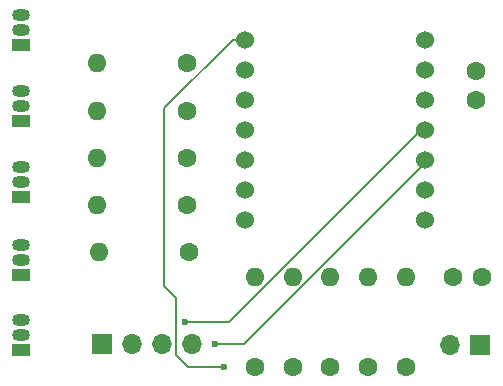
<source format=gbr>
%TF.GenerationSoftware,KiCad,Pcbnew,8.0.6*%
%TF.CreationDate,2024-12-06T19:29:04-08:00*%
%TF.ProjectId,ohmnote,6f686d6e-6f74-4652-9e6b-696361645f70,rev?*%
%TF.SameCoordinates,Original*%
%TF.FileFunction,Copper,L2,Bot*%
%TF.FilePolarity,Positive*%
%FSLAX46Y46*%
G04 Gerber Fmt 4.6, Leading zero omitted, Abs format (unit mm)*
G04 Created by KiCad (PCBNEW 8.0.6) date 2024-12-06 19:29:04*
%MOMM*%
%LPD*%
G01*
G04 APERTURE LIST*
%TA.AperFunction,ComponentPad*%
%ADD10R,1.700000X1.700000*%
%TD*%
%TA.AperFunction,ComponentPad*%
%ADD11O,1.700000X1.700000*%
%TD*%
%TA.AperFunction,ComponentPad*%
%ADD12C,1.600000*%
%TD*%
%TA.AperFunction,ComponentPad*%
%ADD13O,1.600000X1.600000*%
%TD*%
%TA.AperFunction,ComponentPad*%
%ADD14C,1.524000*%
%TD*%
%TA.AperFunction,ComponentPad*%
%ADD15R,1.500000X1.050000*%
%TD*%
%TA.AperFunction,ComponentPad*%
%ADD16O,1.500000X1.050000*%
%TD*%
%TA.AperFunction,ViaPad*%
%ADD17C,0.600000*%
%TD*%
%TA.AperFunction,Conductor*%
%ADD18C,0.200000*%
%TD*%
G04 APERTURE END LIST*
D10*
%TO.P,J1,1,Pin_1*%
%TO.N,Net-(J1-Pin_1)*%
X169500000Y-105325000D03*
D11*
%TO.P,J1,2,Pin_2*%
%TO.N,Net-(J1-Pin_2)*%
X166960000Y-105325000D03*
%TD*%
D12*
%TO.P,R5,1*%
%TO.N,Net-(U1-GPIO23{slash}D5{slash}SCL)*%
X144800000Y-97500000D03*
D13*
%TO.P,R5,2*%
%TO.N,Net-(Q5-B)*%
X137180000Y-97500000D03*
%TD*%
D12*
%TO.P,R3,1*%
%TO.N,Net-(U1-GPIO21{slash}D3)*%
X144700000Y-89500000D03*
D13*
%TO.P,R3,2*%
%TO.N,Net-(Q3-B)*%
X137080000Y-89500000D03*
%TD*%
D12*
%TO.P,R2,1*%
%TO.N,Net-(U1-GPIO2{slash}A2{slash}D2)*%
X144700000Y-85500000D03*
D13*
%TO.P,R2,2*%
%TO.N,Net-(Q2-B)*%
X137080000Y-85500000D03*
%TD*%
D12*
%TO.P,R6,1*%
%TO.N,Net-(J1-Pin_2)*%
X150400000Y-107230000D03*
D13*
%TO.P,R6,2*%
%TO.N,Net-(Q1-C)*%
X150400000Y-99610000D03*
%TD*%
D14*
%TO.P,U1,1,GPIO0/A0/D0*%
%TO.N,Net-(J1-Pin_2)*%
X149560000Y-79500000D03*
%TO.P,U1,2,GPIO1/A1/D1*%
%TO.N,Net-(U1-GPIO1{slash}A1{slash}D1)*%
X149560000Y-82040000D03*
%TO.P,U1,3,GPIO2/A2/D2*%
%TO.N,Net-(U1-GPIO2{slash}A2{slash}D2)*%
X149560000Y-84580000D03*
%TO.P,U1,4,GPIO21/D3*%
%TO.N,Net-(U1-GPIO21{slash}D3)*%
X149560000Y-87120000D03*
%TO.P,U1,5,GPIO22/D4/SDA*%
%TO.N,Net-(U1-GPIO22{slash}D4{slash}SDA)*%
X149560000Y-89660000D03*
%TO.P,U1,6,GPIO23/D5/SCL*%
%TO.N,Net-(U1-GPIO23{slash}D5{slash}SCL)*%
X149560000Y-92200000D03*
%TO.P,U1,7,GPIO16/D6/TX*%
%TO.N,unconnected-(U1-GPIO16{slash}D6{slash}TX-Pad7)*%
X149560000Y-94740000D03*
%TO.P,U1,8,GPIO17/D7/RX*%
%TO.N,unconnected-(U1-GPIO17{slash}D7{slash}RX-Pad8)*%
X164800000Y-94740000D03*
%TO.P,U1,9,GPIO19/D8/SCK*%
%TO.N,unconnected-(U1-GPIO19{slash}D8{slash}SCK-Pad9)*%
X164800000Y-92200000D03*
%TO.P,U1,10,GPIO20/D9/MISO*%
%TO.N,Net-(J2-SCL)*%
X164800000Y-89660000D03*
%TO.P,U1,11,GPIO18/D10/MOSI*%
%TO.N,Net-(J2-SDA)*%
X164800000Y-87120000D03*
%TO.P,U1,12,3V3*%
%TO.N,Net-(J2-Vin)*%
X164800000Y-84580000D03*
%TO.P,U1,13,GND*%
%TO.N,Net-(J1-Pin_1)*%
X164800000Y-82040000D03*
%TO.P,U1,14,VBUS*%
%TO.N,unconnected-(U1-VBUS-Pad14)*%
X164800000Y-79500000D03*
%TD*%
D12*
%TO.P,R10,1*%
%TO.N,Net-(J1-Pin_2)*%
X163200000Y-107220000D03*
D13*
%TO.P,R10,2*%
%TO.N,Net-(Q5-C)*%
X163200000Y-99600000D03*
%TD*%
D12*
%TO.P,C1,1*%
%TO.N,Net-(J1-Pin_2)*%
X169650000Y-99600000D03*
%TO.P,C1,2*%
%TO.N,Net-(J1-Pin_1)*%
X167150000Y-99600000D03*
%TD*%
D15*
%TO.P,Q5,1,E*%
%TO.N,Net-(J2-Vin)*%
X130600000Y-105800000D03*
D16*
%TO.P,Q5,2,B*%
%TO.N,Net-(Q5-B)*%
X130600000Y-104530000D03*
%TO.P,Q5,3,C*%
%TO.N,Net-(Q5-C)*%
X130600000Y-103260000D03*
%TD*%
D12*
%TO.P,R8,1*%
%TO.N,Net-(J1-Pin_2)*%
X156800000Y-107210000D03*
D13*
%TO.P,R8,2*%
%TO.N,Net-(Q3-C)*%
X156800000Y-99590000D03*
%TD*%
D12*
%TO.P,R4,1*%
%TO.N,Net-(U1-GPIO22{slash}D4{slash}SDA)*%
X144700000Y-93500000D03*
D13*
%TO.P,R4,2*%
%TO.N,Net-(Q4-B)*%
X137080000Y-93500000D03*
%TD*%
D12*
%TO.P,C2,1*%
%TO.N,Net-(J1-Pin_1)*%
X169100000Y-82100000D03*
%TO.P,C2,2*%
%TO.N,Net-(J2-Vin)*%
X169100000Y-84600000D03*
%TD*%
D15*
%TO.P,Q2,1,E*%
%TO.N,Net-(J2-Vin)*%
X130600000Y-86400000D03*
D16*
%TO.P,Q2,2,B*%
%TO.N,Net-(Q2-B)*%
X130600000Y-85130000D03*
%TO.P,Q2,3,C*%
%TO.N,Net-(Q2-C)*%
X130600000Y-83860000D03*
%TD*%
D10*
%TO.P,J2,1,GND*%
%TO.N,Net-(J1-Pin_1)*%
X137500000Y-105275000D03*
D11*
%TO.P,J2,2,Vin*%
%TO.N,Net-(J2-Vin)*%
X140040000Y-105275000D03*
%TO.P,J2,3,SDA*%
%TO.N,Net-(J2-SDA)*%
X142580000Y-105275000D03*
%TO.P,J2,4,SCL*%
%TO.N,Net-(J2-SCL)*%
X145120000Y-105275000D03*
%TD*%
D12*
%TO.P,R7,1*%
%TO.N,Net-(J1-Pin_2)*%
X153600000Y-107220000D03*
D13*
%TO.P,R7,2*%
%TO.N,Net-(Q2-C)*%
X153600000Y-99600000D03*
%TD*%
D15*
%TO.P,Q3,1,E*%
%TO.N,Net-(J2-Vin)*%
X130600000Y-92800000D03*
D16*
%TO.P,Q3,2,B*%
%TO.N,Net-(Q3-B)*%
X130600000Y-91530000D03*
%TO.P,Q3,3,C*%
%TO.N,Net-(Q3-C)*%
X130600000Y-90260000D03*
%TD*%
D12*
%TO.P,R1,1*%
%TO.N,Net-(U1-GPIO1{slash}A1{slash}D1)*%
X144700000Y-81500000D03*
D13*
%TO.P,R1,2*%
%TO.N,Net-(Q1-B)*%
X137080000Y-81500000D03*
%TD*%
D15*
%TO.P,Q4,1,E*%
%TO.N,Net-(J2-Vin)*%
X130600000Y-99400000D03*
D16*
%TO.P,Q4,2,B*%
%TO.N,Net-(Q4-B)*%
X130600000Y-98130000D03*
%TO.P,Q4,3,C*%
%TO.N,Net-(Q4-C)*%
X130600000Y-96860000D03*
%TD*%
D15*
%TO.P,Q1,1,E*%
%TO.N,Net-(J2-Vin)*%
X130600000Y-79940000D03*
D16*
%TO.P,Q1,2,B*%
%TO.N,Net-(Q1-B)*%
X130600000Y-78670000D03*
%TO.P,Q1,3,C*%
%TO.N,Net-(Q1-C)*%
X130600000Y-77400000D03*
%TD*%
D12*
%TO.P,R9,1*%
%TO.N,Net-(J1-Pin_2)*%
X160000000Y-107210000D03*
D13*
%TO.P,R9,2*%
%TO.N,Net-(Q4-C)*%
X160000000Y-99590000D03*
%TD*%
D17*
%TO.N,Net-(J1-Pin_2)*%
X147825000Y-107225000D03*
%TO.N,Net-(J2-SCL)*%
X147000000Y-105250000D03*
%TO.N,Net-(J2-SDA)*%
X144475000Y-103375000D03*
%TD*%
D18*
%TO.N,Net-(J1-Pin_2)*%
X147825000Y-107225000D02*
X144775000Y-107225000D01*
X143750000Y-106200000D02*
X143750000Y-101325000D01*
X144775000Y-107225000D02*
X143750000Y-106200000D01*
X142750000Y-85300000D02*
X148550000Y-79500000D01*
X142750000Y-100325000D02*
X142750000Y-85300000D01*
X143750000Y-101325000D02*
X142750000Y-100325000D01*
X148550000Y-79500000D02*
X149560000Y-79500000D01*
%TO.N,Net-(J2-SCL)*%
X149505635Y-105250000D02*
X164800000Y-89955635D01*
X164800000Y-89955635D02*
X164800000Y-89660000D01*
X147000000Y-105250000D02*
X149505635Y-105250000D01*
%TO.N,Net-(J2-SDA)*%
X148190635Y-103375000D02*
X164445635Y-87120000D01*
X144475000Y-103375000D02*
X148190635Y-103375000D01*
X164445635Y-87120000D02*
X164800000Y-87120000D01*
%TD*%
M02*

</source>
